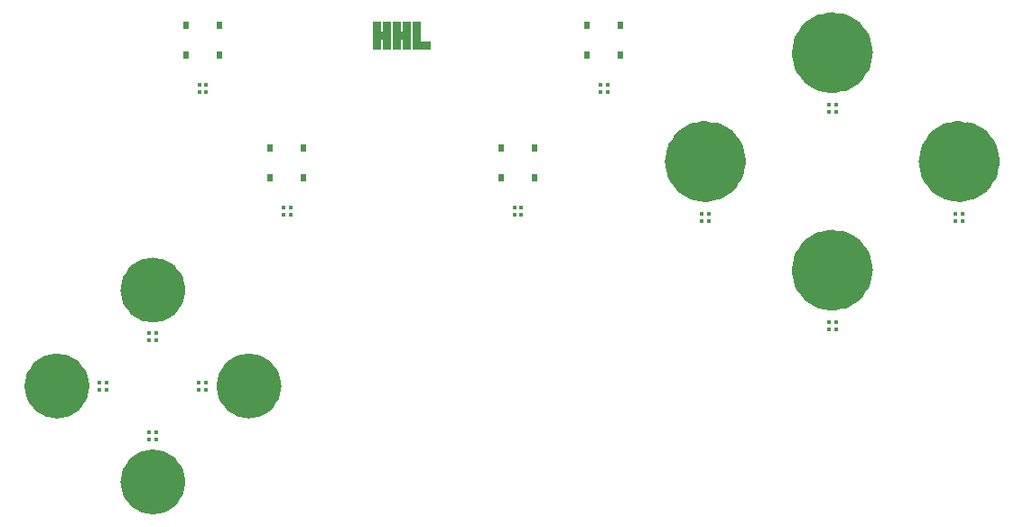
<source format=gbr>
G04 #@! TF.GenerationSoftware,KiCad,Pcbnew,7.0.6*
G04 #@! TF.CreationDate,2024-03-05T17:24:43-08:00*
G04 #@! TF.ProjectId,procon_button_board,70726f63-6f6e-45f6-9275-74746f6e5f62,rev?*
G04 #@! TF.SameCoordinates,Original*
G04 #@! TF.FileFunction,Soldermask,Top*
G04 #@! TF.FilePolarity,Negative*
%FSLAX46Y46*%
G04 Gerber Fmt 4.6, Leading zero omitted, Abs format (unit mm)*
G04 Created by KiCad (PCBNEW 7.0.6) date 2024-03-05 17:24:43*
%MOMM*%
%LPD*%
G01*
G04 APERTURE LIST*
%ADD10C,0.025000*%
%ADD11C,3.050000*%
%ADD12C,3.800000*%
%ADD13R,0.600000X0.650000*%
%ADD14R,0.370000X0.370000*%
G04 APERTURE END LIST*
D10*
X143559066Y-118802667D02*
X142878205Y-118802667D01*
X142878205Y-117834545D01*
X142638549Y-117834545D01*
X142638549Y-118802667D01*
X141953249Y-118802667D01*
X141953249Y-116250015D01*
X142636263Y-116249495D01*
X142636263Y-117172297D01*
X142878205Y-117172297D01*
X142878205Y-116249495D01*
X143559066Y-116249495D01*
X143559066Y-118802667D01*
G36*
X143559066Y-118802667D02*
G01*
X142878205Y-118802667D01*
X142878205Y-117834545D01*
X142638549Y-117834545D01*
X142638549Y-118802667D01*
X141953249Y-118802667D01*
X141953249Y-116250015D01*
X142636263Y-116249495D01*
X142636263Y-117172297D01*
X142878205Y-117172297D01*
X142878205Y-116249495D01*
X143559066Y-116249495D01*
X143559066Y-118802667D01*
G37*
X141709066Y-118802667D02*
X141028205Y-118802667D01*
X141028205Y-117834545D01*
X140788549Y-117834545D01*
X140788549Y-118802667D01*
X140103249Y-118802667D01*
X140103249Y-116250015D01*
X140786263Y-116249495D01*
X140786263Y-117172297D01*
X141028205Y-117172297D01*
X141028205Y-116249495D01*
X141709066Y-116249495D01*
X141709066Y-118802667D01*
G36*
X141709066Y-118802667D02*
G01*
X141028205Y-118802667D01*
X141028205Y-117834545D01*
X140788549Y-117834545D01*
X140788549Y-118802667D01*
X140103249Y-118802667D01*
X140103249Y-116250015D01*
X140786263Y-116249495D01*
X140786263Y-117172297D01*
X141028205Y-117172297D01*
X141028205Y-116249495D01*
X141709066Y-116249495D01*
X141709066Y-118802667D01*
G37*
X144475200Y-118133298D02*
X145429155Y-118133298D01*
X145429155Y-118802667D01*
X143842541Y-118802667D01*
X143842541Y-116249495D01*
X144475200Y-116249495D01*
X144475200Y-118133298D01*
G36*
X144475200Y-118133298D02*
G01*
X145429155Y-118133298D01*
X145429155Y-118802667D01*
X143842541Y-118802667D01*
X143842541Y-116249495D01*
X144475200Y-116249495D01*
X144475200Y-118133298D01*
G37*
D11*
X121003000Y-159421000D02*
G75*
G03*
X121003000Y-159421000I-1525000J0D01*
G01*
D12*
X173178000Y-129346000D02*
G75*
G03*
X173178000Y-129346000I-1900000J0D01*
G01*
X196978000Y-129346000D02*
G75*
G03*
X196978000Y-129346000I-1900000J0D01*
G01*
X185078000Y-139546000D02*
G75*
G03*
X185078000Y-139546000I-1900000J0D01*
G01*
D11*
X112003000Y-150421000D02*
G75*
G03*
X112003000Y-150421000I-1525000J0D01*
G01*
D12*
X185078000Y-119146000D02*
G75*
G03*
X185078000Y-119146000I-1900000J0D01*
G01*
D11*
X130003000Y-150421000D02*
G75*
G03*
X130003000Y-150421000I-1525000J0D01*
G01*
X121003000Y-141421000D02*
G75*
G03*
X121003000Y-141421000I-1525000J0D01*
G01*
D13*
X160198000Y-116611000D03*
X163298000Y-116611000D03*
X160198000Y-119361000D03*
X163298000Y-119361000D03*
X130498000Y-128111000D03*
X133598000Y-128111000D03*
X130498000Y-130861000D03*
X133598000Y-130861000D03*
D14*
X131713000Y-134321000D03*
X132383000Y-134321000D03*
X132383000Y-133651000D03*
X131713000Y-133651000D03*
D13*
X122598000Y-116611000D03*
X125698000Y-116611000D03*
X122598000Y-119361000D03*
X125698000Y-119361000D03*
D14*
X119143000Y-146106000D03*
X119813000Y-146106000D03*
X119813000Y-145436000D03*
X119143000Y-145436000D03*
X119143000Y-155406000D03*
X119813000Y-155406000D03*
X119813000Y-154736000D03*
X119143000Y-154736000D03*
X182843000Y-145131000D03*
X183513000Y-145131000D03*
X183513000Y-144461000D03*
X182843000Y-144461000D03*
X123813000Y-122821000D03*
X124483000Y-122821000D03*
X124483000Y-122151000D03*
X123813000Y-122151000D03*
X170943000Y-134931000D03*
X171613000Y-134931000D03*
X171613000Y-134261000D03*
X170943000Y-134261000D03*
X114493000Y-150756000D03*
X115163000Y-150756000D03*
X115163000Y-150086000D03*
X114493000Y-150086000D03*
X123793000Y-150756000D03*
X124463000Y-150756000D03*
X124463000Y-150086000D03*
X123793000Y-150086000D03*
X194743000Y-134931000D03*
X195413000Y-134931000D03*
X195413000Y-134261000D03*
X194743000Y-134261000D03*
X153363000Y-134321000D03*
X154033000Y-134321000D03*
X154033000Y-133651000D03*
X153363000Y-133651000D03*
X182843000Y-124731000D03*
X183513000Y-124731000D03*
X183513000Y-124061000D03*
X182843000Y-124061000D03*
D13*
X152148000Y-128111000D03*
X155248000Y-128111000D03*
X152148000Y-130861000D03*
X155248000Y-130861000D03*
D14*
X161413000Y-122821000D03*
X162083000Y-122821000D03*
X162083000Y-122151000D03*
X161413000Y-122151000D03*
M02*

</source>
